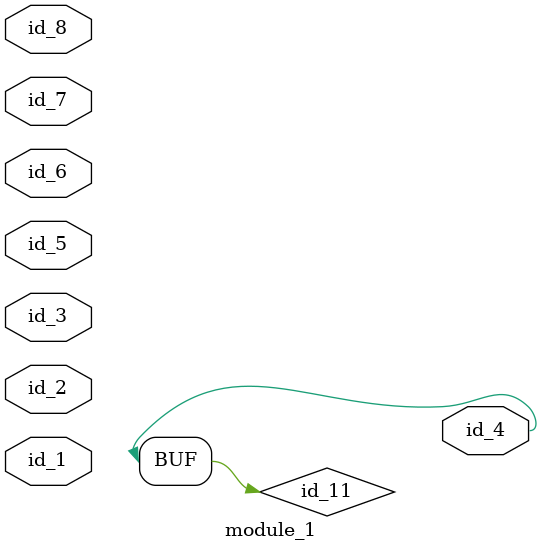
<source format=v>
module module_0 ();
  parameter id_1 = -1;
  assign module_1.id_9 = 0;
endmodule
module module_1 (
    id_1,
    id_2,
    id_3,
    id_4,
    id_5,
    id_6,
    id_7,
    id_8
);
  input wire id_8;
  input wire id_7;
  inout wire id_6;
  input wire id_5;
  output wire id_4;
  inout wire id_3;
  inout wire id_2;
  inout wire id_1;
  wire id_9;
  wire id_10, id_11;
  assign id_4 = id_11;
  assign id_9 = id_1 == id_9;
  wire id_12;
  always_comb $display(id_8 - -1'b0);
  wire id_13;
  module_0 modCall_1 ();
endmodule

</source>
